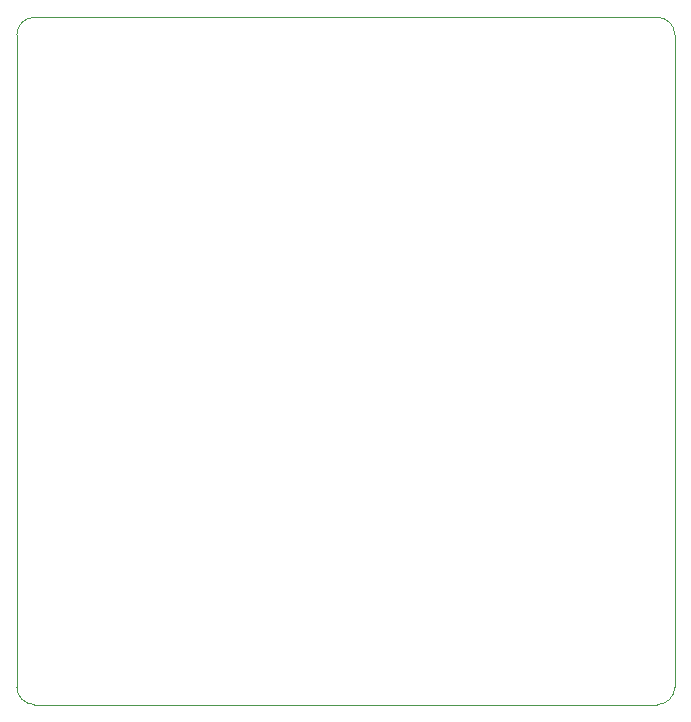
<source format=gbr>
%TF.GenerationSoftware,KiCad,Pcbnew,(5.1.7)-1*%
%TF.CreationDate,2020-11-14T21:45:38+03:00*%
%TF.ProjectId,stepper_tester,73746570-7065-4725-9f74-65737465722e,rev?*%
%TF.SameCoordinates,Original*%
%TF.FileFunction,Profile,NP*%
%FSLAX46Y46*%
G04 Gerber Fmt 4.6, Leading zero omitted, Abs format (unit mm)*
G04 Created by KiCad (PCBNEW (5.1.7)-1) date 2020-11-14 21:45:38*
%MOMM*%
%LPD*%
G01*
G04 APERTURE LIST*
%TA.AperFunction,Profile*%
%ADD10C,0.050000*%
%TD*%
G04 APERTURE END LIST*
D10*
X96800000Y-42830000D02*
X44080000Y-42830000D01*
X98300000Y-99520000D02*
X98300000Y-44330000D01*
X44080000Y-101020000D02*
X96800000Y-101020000D01*
X42580000Y-44330000D02*
X42580000Y-99520000D01*
X96800000Y-42830000D02*
G75*
G02*
X98300000Y-44330000I0J-1500000D01*
G01*
X98300000Y-99520000D02*
G75*
G02*
X96800000Y-101020000I-1500000J0D01*
G01*
X44080000Y-101020000D02*
G75*
G02*
X42580000Y-99520000I0J1500000D01*
G01*
X42580000Y-44330000D02*
G75*
G02*
X44080000Y-42830000I1500000J0D01*
G01*
M02*

</source>
